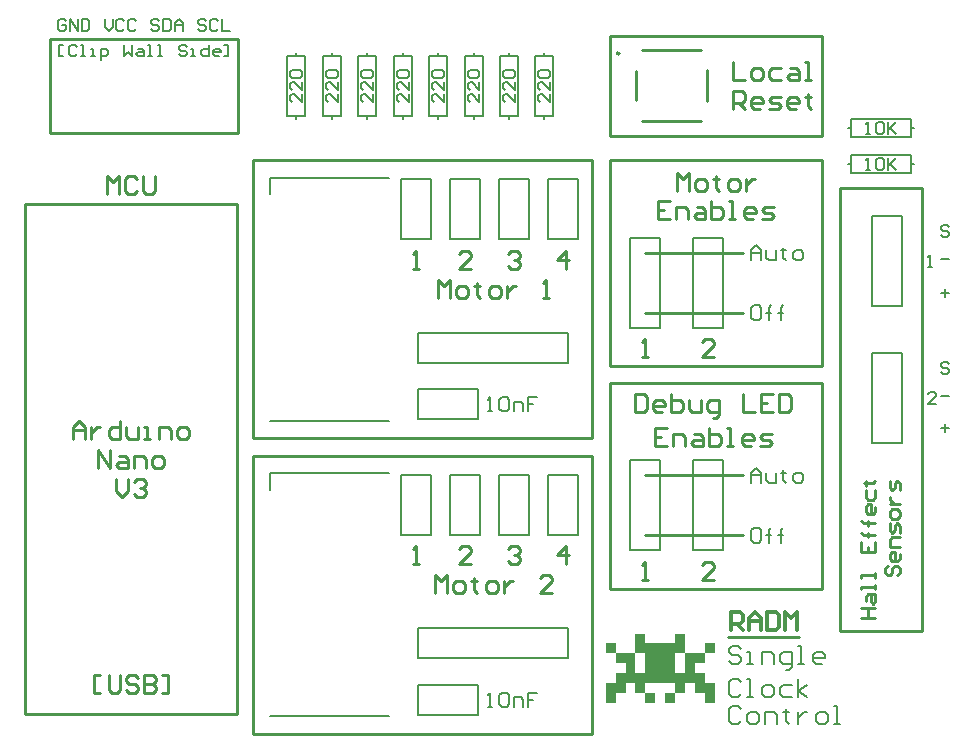
<source format=gbr>
%TF.GenerationSoftware,Altium Limited,Altium Designer,21.8.1 (53)*%
G04 Layer_Color=65535*
%FSLAX43Y43*%
%MOMM*%
%TF.SameCoordinates,34F7A64E-A76D-4A2E-B03E-92C6081B7B14*%
%TF.FilePolarity,Positive*%
%TF.FileFunction,Legend,Top*%
%TF.Part,Single*%
G01*
G75*
%TA.AperFunction,NonConductor*%
%ADD11C,0.254*%
%ADD35C,0.200*%
%ADD36C,0.300*%
%ADD37C,0.250*%
G36*
X64904Y9137D02*
X66580D01*
Y8299D01*
X65742D01*
Y7461D01*
X66580D01*
Y6623D01*
X67419D01*
Y4946D01*
X66580D01*
Y5785D01*
X65742D01*
Y6623D01*
X64904D01*
Y5785D01*
X64066D01*
Y6623D01*
X61551D01*
Y5785D01*
X62389D01*
Y4946D01*
X61551D01*
Y5785D01*
X60713D01*
Y6623D01*
X59875D01*
Y5785D01*
X59037D01*
Y4946D01*
X58198D01*
Y6623D01*
X59037D01*
Y7461D01*
X59875D01*
Y8299D01*
X59037D01*
Y9137D01*
X58198D01*
Y9976D01*
X59037D01*
Y9137D01*
X60713D01*
Y7461D01*
X61551D01*
Y9137D01*
X60713D01*
Y9321D01*
Y9329D01*
Y10814D01*
X61551D01*
Y9976D01*
X64066D01*
Y10814D01*
X64904D01*
Y9137D01*
D02*
G37*
G36*
X67419D02*
X66580D01*
Y9976D01*
X67419D01*
Y9137D01*
D02*
G37*
G36*
X64066Y5680D02*
Y5671D01*
Y4946D01*
X63228D01*
Y5785D01*
X64066D01*
Y5680D01*
D02*
G37*
%LPC*%
G36*
X64904Y9137D02*
X64066D01*
Y7461D01*
X64904D01*
Y9137D01*
D02*
G37*
%LPD*%
D11*
X59352Y59947D02*
G03*
X59352Y59947I-99J0D01*
G01*
X78000Y48500D02*
X85000D01*
X85000D02*
X85000Y11000D01*
X78000D02*
X85000D01*
X78000Y48500D02*
X78000Y11000D01*
X27000Y4000D02*
Y47180D01*
X9000Y4000D02*
X27000D01*
X9000Y47180D02*
X27000D01*
X9000Y4000D02*
Y47180D01*
X11144Y53174D02*
Y61174D01*
X27024Y53174D02*
Y61174D01*
X11144D02*
X27024D01*
X11144Y53174D02*
X27024D01*
X28310Y2350D02*
X57050D01*
X28310D02*
Y25870D01*
X61257Y60185D02*
X66257D01*
X60762Y56010D02*
Y58446D01*
X66752Y55911D02*
Y58502D01*
X61257Y54195D02*
X66257D01*
X28310Y50870D02*
X57050D01*
X58530Y52963D02*
Y61417D01*
Y14630D02*
X76530Y14630D01*
X58530Y32010D02*
X76530Y32010D01*
X68577Y10509D02*
X74546D01*
X76530Y14630D02*
Y32010D01*
X58530Y14630D02*
Y32010D01*
X61530Y37990D02*
X69830D01*
X61530Y43070D02*
X69830D01*
X58530Y33490D02*
X76530Y33490D01*
X28310Y27350D02*
Y50870D01*
Y27350D02*
X57050D01*
X28310Y25870D02*
X57050D01*
X76530Y33490D02*
Y50870D01*
X58530Y50870D02*
X76530Y50870D01*
X57050Y27350D02*
Y50870D01*
X58530Y33490D02*
Y50870D01*
X57050Y2350D02*
Y25870D01*
X61530Y19130D02*
X69830D01*
X61530Y24210D02*
X69830D01*
X76530Y52963D02*
Y61417D01*
X58530D02*
X76530D01*
X58530Y52963D02*
X76530D01*
X15334Y5778D02*
X14826D01*
Y7302D01*
X15334D01*
X16096D02*
Y6032D01*
X16350Y5778D01*
X16857D01*
X17111Y6032D01*
Y7302D01*
X18635Y7048D02*
X18381Y7302D01*
X17873D01*
X17619Y7048D01*
Y6794D01*
X17873Y6540D01*
X18381D01*
X18635Y6286D01*
Y6032D01*
X18381Y5778D01*
X17873D01*
X17619Y6032D01*
X19143Y7302D02*
Y5778D01*
X19904D01*
X20158Y6032D01*
Y6286D01*
X19904Y6540D01*
X19143D01*
X19904D01*
X20158Y6794D01*
Y7048D01*
X19904Y7302D01*
X19143D01*
X20666Y5778D02*
X21174D01*
Y7302D01*
X20666D01*
X41846Y41722D02*
X42354D01*
X42100D01*
Y43246D01*
X41846Y42992D01*
X43729Y14254D02*
Y15778D01*
X44236Y15270D01*
X44744Y15778D01*
Y14254D01*
X45506D02*
X46014D01*
X46268Y14508D01*
Y15016D01*
X46014Y15270D01*
X45506D01*
X45252Y15016D01*
Y14508D01*
X45506Y14254D01*
X47030Y15524D02*
Y15270D01*
X46776D01*
X47283D01*
X47030D01*
Y14508D01*
X47283Y14254D01*
X48299D02*
X48807D01*
X49061Y14508D01*
Y15016D01*
X48807Y15270D01*
X48299D01*
X48045Y15016D01*
Y14508D01*
X48299Y14254D01*
X49569Y15270D02*
Y14254D01*
Y14762D01*
X49823Y15016D01*
X50077Y15270D01*
X50330D01*
X53631Y14254D02*
X52616D01*
X53631Y15270D01*
Y15524D01*
X53377Y15778D01*
X52870D01*
X52616Y15524D01*
X67338Y15392D02*
X66322D01*
X67338Y16408D01*
Y16662D01*
X67084Y16916D01*
X66576D01*
X66322Y16662D01*
X67338Y34252D02*
X66322D01*
X67338Y35268D01*
Y35522D01*
X67084Y35776D01*
X66576D01*
X66322Y35522D01*
X41846Y16722D02*
X42354D01*
X42100D01*
Y18246D01*
X41846Y17992D01*
X54804Y41722D02*
Y43246D01*
X54042Y42484D01*
X55058D01*
X46758Y16722D02*
X45742D01*
X46758Y17738D01*
Y17992D01*
X46504Y18246D01*
X45996D01*
X45742Y17992D01*
X49892Y42992D02*
X50146Y43246D01*
X50654D01*
X50908Y42992D01*
Y42738D01*
X50654Y42484D01*
X50400D01*
X50654D01*
X50908Y42230D01*
Y41976D01*
X50654Y41722D01*
X50146D01*
X49892Y41976D01*
X46758Y41722D02*
X45742D01*
X46758Y42738D01*
Y42992D01*
X46504Y43246D01*
X45996D01*
X45742Y42992D01*
X61276Y15392D02*
X61784D01*
X61530D01*
Y16916D01*
X61276Y16662D01*
X68965Y59171D02*
Y57647D01*
X69981D01*
X70742D02*
X71250D01*
X71504Y57901D01*
Y58409D01*
X71250Y58663D01*
X70742D01*
X70489Y58409D01*
Y57901D01*
X70742Y57647D01*
X73028Y58663D02*
X72266D01*
X72012Y58409D01*
Y57901D01*
X72266Y57647D01*
X73028D01*
X73790Y58663D02*
X74297D01*
X74551Y58409D01*
Y57647D01*
X73790D01*
X73536Y57901D01*
X73790Y58155D01*
X74551D01*
X75059Y57647D02*
X75567D01*
X75313D01*
Y59171D01*
X75059D01*
X68965Y55209D02*
Y56733D01*
X69727D01*
X69981Y56479D01*
Y55971D01*
X69727Y55717D01*
X68965D01*
X69473D02*
X69981Y55209D01*
X71250D02*
X70742D01*
X70489Y55463D01*
Y55971D01*
X70742Y56225D01*
X71250D01*
X71504Y55971D01*
Y55717D01*
X70489D01*
X72012Y55209D02*
X72774D01*
X73028Y55463D01*
X72774Y55717D01*
X72266D01*
X72012Y55971D01*
X72266Y56225D01*
X73028D01*
X74297Y55209D02*
X73790D01*
X73536Y55463D01*
Y55971D01*
X73790Y56225D01*
X74297D01*
X74551Y55971D01*
Y55717D01*
X73536D01*
X75313Y56479D02*
Y56225D01*
X75059D01*
X75567D01*
X75313D01*
Y55463D01*
X75567Y55209D01*
X54804Y16722D02*
Y18246D01*
X54042Y17484D01*
X55058D01*
X61276Y34252D02*
X61784D01*
X61530D01*
Y35776D01*
X61276Y35522D01*
X49892Y17992D02*
X50146Y18246D01*
X50654D01*
X50908Y17992D01*
Y17738D01*
X50654Y17484D01*
X50400D01*
X50654D01*
X50908Y17230D01*
Y16976D01*
X50654Y16722D01*
X50146D01*
X49892Y16976D01*
X60711Y31139D02*
Y29615D01*
X61473D01*
X61727Y29869D01*
Y30885D01*
X61473Y31139D01*
X60711D01*
X62996Y29615D02*
X62489D01*
X62235Y29869D01*
Y30377D01*
X62489Y30631D01*
X62996D01*
X63250Y30377D01*
Y30123D01*
X62235D01*
X63758Y31139D02*
Y29615D01*
X64520D01*
X64774Y29869D01*
Y30123D01*
Y30377D01*
X64520Y30631D01*
X63758D01*
X65282D02*
Y29869D01*
X65536Y29615D01*
X66297D01*
Y30631D01*
X67313Y29107D02*
X67567D01*
X67821Y29361D01*
Y30631D01*
X67059D01*
X66805Y30377D01*
Y29869D01*
X67059Y29615D01*
X67821D01*
X69852Y31139D02*
Y29615D01*
X70868D01*
X72391Y31139D02*
X71376D01*
Y29615D01*
X72391D01*
X71376Y30377D02*
X71884D01*
X72899Y31139D02*
Y29615D01*
X73661D01*
X73915Y29869D01*
Y30885D01*
X73661Y31139D01*
X72899D01*
X63377Y28193D02*
X62362D01*
Y26669D01*
X63377D01*
X62362Y27431D02*
X62869D01*
X63885Y26669D02*
Y27685D01*
X64647D01*
X64901Y27431D01*
Y26669D01*
X65663Y27685D02*
X66170D01*
X66424Y27431D01*
Y26669D01*
X65663D01*
X65409Y26923D01*
X65663Y27177D01*
X66424D01*
X66932Y28193D02*
Y26669D01*
X67694D01*
X67948Y26923D01*
Y27177D01*
Y27431D01*
X67694Y27685D01*
X66932D01*
X68456Y26669D02*
X68963D01*
X68710D01*
Y28193D01*
X68456D01*
X70487Y26669D02*
X69979D01*
X69725Y26923D01*
Y27431D01*
X69979Y27685D01*
X70487D01*
X70741Y27431D01*
Y27177D01*
X69725D01*
X71249Y26669D02*
X72010D01*
X72264Y26923D01*
X72010Y27177D01*
X71503D01*
X71249Y27431D01*
X71503Y27685D01*
X72264D01*
X64229Y48317D02*
Y49841D01*
X64737Y49333D01*
X65245Y49841D01*
Y48317D01*
X66006D02*
X66514D01*
X66768Y48571D01*
Y49079D01*
X66514Y49333D01*
X66006D01*
X65753Y49079D01*
Y48571D01*
X66006Y48317D01*
X67530Y49587D02*
Y49333D01*
X67276D01*
X67784D01*
X67530D01*
Y48571D01*
X67784Y48317D01*
X68800D02*
X69307D01*
X69561Y48571D01*
Y49079D01*
X69307Y49333D01*
X68800D01*
X68546Y49079D01*
Y48571D01*
X68800Y48317D01*
X70069Y49333D02*
Y48317D01*
Y48825D01*
X70323Y49079D01*
X70577Y49333D01*
X70831D01*
X63594Y47403D02*
X62579D01*
Y45879D01*
X63594D01*
X62579Y46641D02*
X63086D01*
X64102Y45879D02*
Y46895D01*
X64864D01*
X65118Y46641D01*
Y45879D01*
X65880Y46895D02*
X66387D01*
X66641Y46641D01*
Y45879D01*
X65880D01*
X65626Y46133D01*
X65880Y46387D01*
X66641D01*
X67149Y47403D02*
Y45879D01*
X67911D01*
X68165Y46133D01*
Y46387D01*
Y46641D01*
X67911Y46895D01*
X67149D01*
X68673Y45879D02*
X69180D01*
X68927D01*
Y47403D01*
X68673D01*
X70704Y45879D02*
X70196D01*
X69942Y46133D01*
Y46641D01*
X70196Y46895D01*
X70704D01*
X70958Y46641D01*
Y46387D01*
X69942D01*
X71466Y45879D02*
X72227D01*
X72481Y46133D01*
X72227Y46387D01*
X71720D01*
X71466Y46641D01*
X71720Y46895D01*
X72481D01*
X43983Y39254D02*
Y40778D01*
X44490Y40270D01*
X44998Y40778D01*
Y39254D01*
X45760D02*
X46268D01*
X46522Y39508D01*
Y40016D01*
X46268Y40270D01*
X45760D01*
X45506Y40016D01*
Y39508D01*
X45760Y39254D01*
X47283Y40524D02*
Y40270D01*
X47030D01*
X47537D01*
X47283D01*
Y39508D01*
X47537Y39254D01*
X48553D02*
X49061D01*
X49315Y39508D01*
Y40016D01*
X49061Y40270D01*
X48553D01*
X48299Y40016D01*
Y39508D01*
X48553Y39254D01*
X49823Y40270D02*
Y39254D01*
Y39762D01*
X50077Y40016D01*
X50330Y40270D01*
X50584D01*
X52870Y39254D02*
X53377D01*
X53124D01*
Y40778D01*
X52870Y40524D01*
X13049Y27266D02*
Y28282D01*
X13556Y28790D01*
X14064Y28282D01*
Y27266D01*
Y28028D01*
X13049D01*
X14572Y28282D02*
Y27266D01*
Y27774D01*
X14826Y28028D01*
X15080Y28282D01*
X15334D01*
X17111Y28790D02*
Y27266D01*
X16350D01*
X16096Y27520D01*
Y28028D01*
X16350Y28282D01*
X17111D01*
X17619D02*
Y27520D01*
X17873Y27266D01*
X18635D01*
Y28282D01*
X19143Y27266D02*
X19650D01*
X19397D01*
Y28282D01*
X19143D01*
X20412Y27266D02*
Y28282D01*
X21174D01*
X21428Y28028D01*
Y27266D01*
X22190D02*
X22697D01*
X22951Y27520D01*
Y28028D01*
X22697Y28282D01*
X22190D01*
X21936Y28028D01*
Y27520D01*
X22190Y27266D01*
X15207Y24828D02*
Y26352D01*
X16223Y24828D01*
Y26352D01*
X16984Y25844D02*
X17492D01*
X17746Y25590D01*
Y24828D01*
X16984D01*
X16730Y25082D01*
X16984Y25336D01*
X17746D01*
X18254Y24828D02*
Y25844D01*
X19016D01*
X19270Y25590D01*
Y24828D01*
X20031D02*
X20539D01*
X20793Y25082D01*
Y25590D01*
X20539Y25844D01*
X20031D01*
X19777Y25590D01*
Y25082D01*
X20031Y24828D01*
X16730Y23914D02*
Y22898D01*
X17238Y22390D01*
X17746Y22898D01*
Y23914D01*
X18254Y23660D02*
X18508Y23914D01*
X19016D01*
X19270Y23660D01*
Y23406D01*
X19016Y23152D01*
X18762D01*
X19016D01*
X19270Y22898D01*
Y22644D01*
X19016Y22390D01*
X18508D01*
X18254Y22644D01*
X15979Y48057D02*
Y49580D01*
X16486Y49072D01*
X16994Y49580D01*
Y48057D01*
X18518Y49326D02*
X18264Y49580D01*
X17756D01*
X17502Y49326D01*
Y48311D01*
X17756Y48057D01*
X18264D01*
X18518Y48311D01*
X19026Y49580D02*
Y48311D01*
X19280Y48057D01*
X19787D01*
X20041Y48311D01*
Y49580D01*
D35*
X78960Y52838D02*
Y53600D01*
Y52838D02*
X84040D01*
Y54362D01*
X78960D02*
X84040D01*
X78960Y53600D02*
Y54362D01*
X84040Y53600D02*
X84269D01*
X78731D02*
X78960D01*
Y49838D02*
Y50600D01*
Y49838D02*
X84040D01*
Y51362D01*
X78960D02*
X84040D01*
X78960Y50600D02*
Y51362D01*
X84040Y50600D02*
X84269D01*
X78731D02*
X78960D01*
X83270Y38580D02*
Y46200D01*
X80730D02*
X83270D01*
X80730Y38580D02*
Y46200D01*
Y38580D02*
X83270D01*
Y26940D02*
Y34560D01*
X80730D02*
X83270D01*
X80730Y26940D02*
Y34560D01*
Y26940D02*
X83270D01*
X42330Y8760D02*
Y11300D01*
X55030D01*
X42330Y8760D02*
X55030D01*
Y11300D01*
X42330Y33760D02*
Y36300D01*
X55030D01*
X42330Y33760D02*
X55030D01*
Y36300D01*
X65560Y17860D02*
Y25480D01*
Y17860D02*
X68100D01*
Y25480D01*
X65560D02*
X68100D01*
X60260Y17860D02*
Y25480D01*
Y17860D02*
X62800D01*
Y25480D01*
X60260D02*
X62800D01*
X65560Y36720D02*
Y44340D01*
Y36720D02*
X68100D01*
Y44340D01*
X65560D02*
X68100D01*
X60260Y36720D02*
Y44340D01*
Y36720D02*
X62800D01*
Y44340D01*
X60260D02*
X62800D01*
X47520Y19190D02*
Y24270D01*
X44980D02*
X47520D01*
X44980Y19190D02*
Y24270D01*
Y19190D02*
X47520D01*
X55820D02*
Y24270D01*
X53280D02*
X55820D01*
X53280Y19190D02*
Y24270D01*
Y19190D02*
X55820D01*
Y44190D02*
Y49270D01*
X53280D02*
X55820D01*
X53280Y44190D02*
Y49270D01*
Y44190D02*
X55820D01*
X51670Y19190D02*
Y24270D01*
X49130D02*
X51670D01*
X49130Y19190D02*
Y24270D01*
Y19190D02*
X51670D01*
Y44190D02*
Y49270D01*
X49130D02*
X51670D01*
X49130Y44190D02*
Y49270D01*
Y44190D02*
X51670D01*
X47520D02*
Y49270D01*
X44980D02*
X47520D01*
X44980Y44190D02*
Y49270D01*
Y44190D02*
X47520D01*
X40830Y19190D02*
X43370D01*
X40830D02*
Y24270D01*
X43370D01*
Y19190D02*
Y24270D01*
X40830Y44190D02*
X43370D01*
X40830D02*
Y49270D01*
X43370D01*
Y44190D02*
Y49270D01*
X42330Y28950D02*
X47410D01*
Y31490D01*
X42330D02*
X47410D01*
X42330Y28950D02*
Y31490D01*
X42330Y3950D02*
X47410D01*
Y6490D01*
X42330D02*
X47410D01*
X42330Y3950D02*
Y6490D01*
X32000Y54650D02*
X32762D01*
Y59730D01*
X31238D02*
X32762D01*
X31238Y54650D02*
Y59730D01*
Y54650D02*
X32000D01*
Y59730D02*
Y59959D01*
Y54421D02*
Y54650D01*
X35000D02*
X35762D01*
Y59730D01*
X34238D02*
X35762D01*
X34238Y54650D02*
Y59730D01*
Y54650D02*
X35000D01*
Y59730D02*
Y59959D01*
Y54421D02*
Y54650D01*
X38000D02*
X38762D01*
Y59730D01*
X37238D02*
X38762D01*
X37238Y54650D02*
Y59730D01*
Y54650D02*
X38000D01*
Y59730D02*
Y59959D01*
Y54421D02*
Y54650D01*
X41000D02*
X41762D01*
Y59730D01*
X40238D02*
X41762D01*
X40238Y54650D02*
Y59730D01*
Y54650D02*
X41000D01*
Y59730D02*
Y59959D01*
Y54421D02*
Y54650D01*
X44000D02*
X44762D01*
Y59730D01*
X43238D02*
X44762D01*
X43238Y54650D02*
Y59730D01*
Y54650D02*
X44000D01*
Y59730D02*
Y59959D01*
Y54421D02*
Y54650D01*
X47000D02*
X47762D01*
Y59730D01*
X46238D02*
X47762D01*
X46238Y54650D02*
Y59730D01*
Y54650D02*
X47000D01*
Y59730D02*
Y59959D01*
Y54421D02*
Y54650D01*
X50000D02*
X50762D01*
Y59730D01*
X49238D02*
X50762D01*
X49238Y54650D02*
Y59730D01*
Y54650D02*
X50000D01*
Y59730D02*
Y59959D01*
Y54421D02*
Y54650D01*
X53000D02*
X53762D01*
Y59730D01*
X52238D02*
X53762D01*
X52238Y54650D02*
Y59730D01*
Y54650D02*
X53000D01*
Y59730D02*
Y59959D01*
Y54421D02*
Y54650D01*
X29810Y28850D02*
X39810D01*
X29810Y49370D02*
X39810D01*
X29810Y48000D02*
Y49370D01*
Y3850D02*
X39810D01*
X29810Y24370D02*
X39810D01*
X29810Y23000D02*
Y24370D01*
X69684Y9515D02*
X69430Y9769D01*
X68922D01*
X68668Y9515D01*
Y9261D01*
X68922Y9007D01*
X69430D01*
X69684Y8753D01*
Y8499D01*
X69430Y8245D01*
X68922D01*
X68668Y8499D01*
X70192Y8245D02*
X70699D01*
X70445D01*
Y9261D01*
X70192D01*
X71461Y8245D02*
Y9261D01*
X72223D01*
X72477Y9007D01*
Y8245D01*
X73492Y7738D02*
X73746D01*
X74000Y7991D01*
Y9261D01*
X73239D01*
X72985Y9007D01*
Y8499D01*
X73239Y8245D01*
X74000D01*
X74508D02*
X75016D01*
X74762D01*
Y9769D01*
X74508D01*
X76539Y8245D02*
X76032D01*
X75778Y8499D01*
Y9007D01*
X76032Y9261D01*
X76539D01*
X76793Y9007D01*
Y8753D01*
X75778D01*
X69684Y6699D02*
X69430Y6953D01*
X68922D01*
X68668Y6699D01*
Y5683D01*
X68922Y5429D01*
X69430D01*
X69684Y5683D01*
X70192Y5429D02*
X70699D01*
X70445D01*
Y6953D01*
X70192D01*
X71715Y5429D02*
X72223D01*
X72477Y5683D01*
Y6191D01*
X72223Y6445D01*
X71715D01*
X71461Y6191D01*
Y5683D01*
X71715Y5429D01*
X74000Y6445D02*
X73239D01*
X72985Y6191D01*
Y5683D01*
X73239Y5429D01*
X74000D01*
X74508D02*
Y6953D01*
Y5937D02*
X75270Y6445D01*
X74508Y5937D02*
X75270Y5429D01*
X69684Y4391D02*
X69430Y4645D01*
X68922D01*
X68668Y4391D01*
Y3375D01*
X68922Y3121D01*
X69430D01*
X69684Y3375D01*
X70445Y3121D02*
X70953D01*
X71207Y3375D01*
Y3883D01*
X70953Y4137D01*
X70445D01*
X70192Y3883D01*
Y3375D01*
X70445Y3121D01*
X71715D02*
Y4137D01*
X72477D01*
X72731Y3883D01*
Y3121D01*
X73492Y4391D02*
Y4137D01*
X73239D01*
X73746D01*
X73492D01*
Y3375D01*
X73746Y3121D01*
X74508Y4137D02*
Y3121D01*
Y3629D01*
X74762Y3883D01*
X75016Y4137D01*
X75270D01*
X76286Y3121D02*
X76793D01*
X77047Y3375D01*
Y3883D01*
X76793Y4137D01*
X76286D01*
X76032Y3883D01*
Y3375D01*
X76286Y3121D01*
X77555D02*
X78063D01*
X77809D01*
Y4645D01*
X77555D01*
X86620Y39658D02*
X87287D01*
X86953Y39991D02*
Y39324D01*
X86620Y30900D02*
X87287D01*
X12253Y59681D02*
X11920D01*
Y60680D01*
X12253D01*
X13419Y60514D02*
X13253Y60680D01*
X12919D01*
X12753Y60514D01*
Y59847D01*
X12919Y59681D01*
X13253D01*
X13419Y59847D01*
X13752Y59681D02*
X14086D01*
X13919D01*
Y60680D01*
X13752D01*
X14585Y59681D02*
X14919D01*
X14752D01*
Y60347D01*
X14585D01*
X15419Y59348D02*
Y60347D01*
X15918D01*
X16085Y60181D01*
Y59847D01*
X15918Y59681D01*
X15419D01*
X17418Y60680D02*
Y59681D01*
X17751Y60014D01*
X18084Y59681D01*
Y60680D01*
X18584Y60347D02*
X18917D01*
X19084Y60181D01*
Y59681D01*
X18584D01*
X18418Y59847D01*
X18584Y60014D01*
X19084D01*
X19417Y59681D02*
X19750D01*
X19584D01*
Y60680D01*
X19417D01*
X20250Y59681D02*
X20584D01*
X20417D01*
Y60680D01*
X20250D01*
X22749Y60514D02*
X22583Y60680D01*
X22250D01*
X22083Y60514D01*
Y60347D01*
X22250Y60181D01*
X22583D01*
X22749Y60014D01*
Y59847D01*
X22583Y59681D01*
X22250D01*
X22083Y59847D01*
X23083Y59681D02*
X23416D01*
X23249D01*
Y60347D01*
X23083D01*
X24582Y60680D02*
Y59681D01*
X24082D01*
X23916Y59847D01*
Y60181D01*
X24082Y60347D01*
X24582D01*
X25415Y59681D02*
X25082D01*
X24915Y59847D01*
Y60181D01*
X25082Y60347D01*
X25415D01*
X25582Y60181D01*
Y60014D01*
X24915D01*
X25915Y59681D02*
X26248D01*
Y60680D01*
X25915D01*
X53500Y56524D02*
Y55857D01*
X52833Y56524D01*
X52667D01*
X52500Y56357D01*
Y56024D01*
X52667Y55857D01*
X53500Y57523D02*
Y56857D01*
X52833Y57523D01*
X52667D01*
X52500Y57357D01*
Y57023D01*
X52667Y56857D01*
Y57856D02*
X52500Y58023D01*
Y58356D01*
X52667Y58523D01*
X53333D01*
X53500Y58356D01*
Y58023D01*
X53333Y57856D01*
X52667D01*
X12478Y62683D02*
X12311Y62850D01*
X11978D01*
X11811Y62683D01*
Y62017D01*
X11978Y61850D01*
X12311D01*
X12478Y62017D01*
Y62350D01*
X12144D01*
X12811Y61850D02*
Y62850D01*
X13477Y61850D01*
Y62850D01*
X13810D02*
Y61850D01*
X14310D01*
X14477Y62017D01*
Y62683D01*
X14310Y62850D01*
X13810D01*
X80250Y50100D02*
X80584D01*
X80417D01*
Y51100D01*
X80250Y50933D01*
X81083D02*
X81250Y51100D01*
X81583D01*
X81750Y50933D01*
Y50267D01*
X81583Y50100D01*
X81250D01*
X81083Y50267D01*
Y50933D01*
X82083Y51100D02*
Y50100D01*
Y50433D01*
X82750Y51100D01*
X82250Y50600D01*
X82750Y50100D01*
X80250Y53100D02*
X80584D01*
X80417D01*
Y54100D01*
X80250Y53933D01*
X81083D02*
X81250Y54100D01*
X81583D01*
X81750Y53933D01*
Y53267D01*
X81583Y53100D01*
X81250D01*
X81083Y53267D01*
Y53933D01*
X82083Y54100D02*
Y53100D01*
Y53433D01*
X82750Y54100D01*
X82250Y53600D01*
X82750Y53100D01*
X20398Y62683D02*
X20231Y62850D01*
X19898D01*
X19731Y62683D01*
Y62517D01*
X19898Y62350D01*
X20231D01*
X20398Y62183D01*
Y62017D01*
X20231Y61850D01*
X19898D01*
X19731Y62017D01*
X20731Y62850D02*
Y61850D01*
X21231D01*
X21397Y62017D01*
Y62683D01*
X21231Y62850D01*
X20731D01*
X21730Y61850D02*
Y62517D01*
X22064Y62850D01*
X22397Y62517D01*
Y61850D01*
Y62350D01*
X21730D01*
X70530Y23585D02*
Y24418D01*
X70947Y24835D01*
X71363Y24418D01*
Y23585D01*
Y24210D01*
X70530D01*
X71780Y24418D02*
Y23793D01*
X71988Y23585D01*
X72613D01*
Y24418D01*
X73237Y24627D02*
Y24418D01*
X73029D01*
X73446D01*
X73237D01*
Y23793D01*
X73446Y23585D01*
X74279D02*
X74695D01*
X74904Y23793D01*
Y24210D01*
X74695Y24418D01*
X74279D01*
X74071Y24210D01*
Y23793D01*
X74279Y23585D01*
X35500Y56524D02*
Y55857D01*
X34833Y56524D01*
X34667D01*
X34500Y56357D01*
Y56024D01*
X34667Y55857D01*
X35500Y57523D02*
Y56857D01*
X34833Y57523D01*
X34667D01*
X34500Y57357D01*
Y57023D01*
X34667Y56857D01*
Y57856D02*
X34500Y58023D01*
Y58356D01*
X34667Y58523D01*
X35333D01*
X35500Y58356D01*
Y58023D01*
X35333Y57856D01*
X34667D01*
X32500Y56524D02*
Y55857D01*
X31833Y56524D01*
X31667D01*
X31500Y56357D01*
Y56024D01*
X31667Y55857D01*
X32500Y57523D02*
Y56857D01*
X31833Y57523D01*
X31667D01*
X31500Y57357D01*
Y57023D01*
X31667Y56857D01*
Y57856D02*
X31500Y58023D01*
Y58356D01*
X31667Y58523D01*
X32333D01*
X32500Y58356D01*
Y58023D01*
X32333Y57856D01*
X31667D01*
X86116Y30250D02*
X85450D01*
X86116Y30917D01*
Y31083D01*
X85950Y31250D01*
X85617D01*
X85450Y31083D01*
X41500Y56524D02*
Y55857D01*
X40833Y56524D01*
X40667D01*
X40500Y56357D01*
Y56024D01*
X40667Y55857D01*
X41500Y57523D02*
Y56857D01*
X40833Y57523D01*
X40667D01*
X40500Y57357D01*
Y57023D01*
X40667Y56857D01*
Y57856D02*
X40500Y58023D01*
Y58356D01*
X40667Y58523D01*
X41333D01*
X41500Y58356D01*
Y58023D01*
X41333Y57856D01*
X40667D01*
X38500Y56524D02*
Y55857D01*
X37833Y56524D01*
X37667D01*
X37500Y56357D01*
Y56024D01*
X37667Y55857D01*
X38500Y57523D02*
Y56857D01*
X37833Y57523D01*
X37667D01*
X37500Y57357D01*
Y57023D01*
X37667Y56857D01*
Y57856D02*
X37500Y58023D01*
Y58356D01*
X37667Y58523D01*
X38333D01*
X38500Y58356D01*
Y58023D01*
X38333Y57856D01*
X37667D01*
X87287Y45263D02*
X87120Y45430D01*
X86787D01*
X86620Y45263D01*
Y45097D01*
X86787Y44930D01*
X87120D01*
X87287Y44763D01*
Y44597D01*
X87120Y44430D01*
X86787D01*
X86620Y44597D01*
X71155Y19755D02*
X70738D01*
X70530Y19547D01*
Y18713D01*
X70738Y18505D01*
X71155D01*
X71363Y18713D01*
Y19547D01*
X71155Y19755D01*
X71988Y18505D02*
Y19547D01*
Y19130D01*
X71780D01*
X72196D01*
X71988D01*
Y19547D01*
X72196Y19755D01*
X73029Y18505D02*
Y19547D01*
Y19130D01*
X72821D01*
X73237D01*
X73029D01*
Y19547D01*
X73237Y19755D01*
X15771Y62850D02*
Y62183D01*
X16104Y61850D01*
X16438Y62183D01*
Y62850D01*
X17437Y62683D02*
X17271Y62850D01*
X16937D01*
X16771Y62683D01*
Y62017D01*
X16937Y61850D01*
X17271D01*
X17437Y62017D01*
X18437Y62683D02*
X18270Y62850D01*
X17937D01*
X17770Y62683D01*
Y62017D01*
X17937Y61850D01*
X18270D01*
X18437Y62017D01*
X85450Y41890D02*
X85783D01*
X85617D01*
Y42890D01*
X85450Y42723D01*
X71155Y38615D02*
X70738D01*
X70530Y38407D01*
Y37573D01*
X70738Y37365D01*
X71155D01*
X71363Y37573D01*
Y38407D01*
X71155Y38615D01*
X71988Y37365D02*
Y38407D01*
Y37990D01*
X71780D01*
X72196D01*
X71988D01*
Y38407D01*
X72196Y38615D01*
X73029Y37365D02*
Y38407D01*
Y37990D01*
X72821D01*
X73237D01*
X73029D01*
Y38407D01*
X73237Y38615D01*
X48200Y29620D02*
X48600D01*
X48400D01*
Y30820D01*
X48200Y30620D01*
X49200D02*
X49400Y30820D01*
X49799D01*
X49999Y30620D01*
Y29820D01*
X49799Y29620D01*
X49400D01*
X49200Y29820D01*
Y30620D01*
X50399Y29620D02*
Y30420D01*
X50999D01*
X51199Y30220D01*
Y29620D01*
X52399Y30820D02*
X51599D01*
Y30220D01*
X51999D01*
X51599D01*
Y29620D01*
X70530Y42445D02*
Y43278D01*
X70947Y43695D01*
X71363Y43278D01*
Y42445D01*
Y43070D01*
X70530D01*
X71780Y43278D02*
Y42653D01*
X71988Y42445D01*
X72613D01*
Y43278D01*
X73237Y43487D02*
Y43278D01*
X73029D01*
X73446D01*
X73237D01*
Y42653D01*
X73446Y42445D01*
X74279D02*
X74695D01*
X74904Y42653D01*
Y43070D01*
X74695Y43278D01*
X74279D01*
X74071Y43070D01*
Y42653D01*
X74279Y42445D01*
X44500Y56524D02*
Y55857D01*
X43833Y56524D01*
X43667D01*
X43500Y56357D01*
Y56024D01*
X43667Y55857D01*
X44500Y57523D02*
Y56857D01*
X43833Y57523D01*
X43667D01*
X43500Y57357D01*
Y57023D01*
X43667Y56857D01*
Y57856D02*
X43500Y58023D01*
Y58356D01*
X43667Y58523D01*
X44333D01*
X44500Y58356D01*
Y58023D01*
X44333Y57856D01*
X43667D01*
X86620Y42540D02*
X87287D01*
X50500Y56524D02*
Y55857D01*
X49833Y56524D01*
X49667D01*
X49500Y56357D01*
Y56024D01*
X49667Y55857D01*
X50500Y57523D02*
Y56857D01*
X49833Y57523D01*
X49667D01*
X49500Y57357D01*
Y57023D01*
X49667Y56857D01*
Y57856D02*
X49500Y58023D01*
Y58356D01*
X49667Y58523D01*
X50333D01*
X50500Y58356D01*
Y58023D01*
X50333Y57856D01*
X49667D01*
X87287Y33623D02*
X87120Y33790D01*
X86787D01*
X86620Y33623D01*
Y33457D01*
X86787Y33290D01*
X87120D01*
X87287Y33123D01*
Y32957D01*
X87120Y32790D01*
X86787D01*
X86620Y32957D01*
Y28210D02*
X87287D01*
X86953Y28543D02*
Y27877D01*
X47500Y56524D02*
Y55857D01*
X46833Y56524D01*
X46667D01*
X46500Y56357D01*
Y56024D01*
X46667Y55857D01*
X47500Y57523D02*
Y56857D01*
X46833Y57523D01*
X46667D01*
X46500Y57357D01*
Y57023D01*
X46667Y56857D01*
Y57856D02*
X46500Y58023D01*
Y58356D01*
X46667Y58523D01*
X47333D01*
X47500Y58356D01*
Y58023D01*
X47333Y57856D01*
X46667D01*
X24358Y62683D02*
X24191Y62850D01*
X23858D01*
X23691Y62683D01*
Y62517D01*
X23858Y62350D01*
X24191D01*
X24358Y62183D01*
Y62017D01*
X24191Y61850D01*
X23858D01*
X23691Y62017D01*
X25357Y62683D02*
X25191Y62850D01*
X24857D01*
X24691Y62683D01*
Y62017D01*
X24857Y61850D01*
X25191D01*
X25357Y62017D01*
X25690Y62850D02*
Y61850D01*
X26357D01*
X48200Y4620D02*
X48600D01*
X48400D01*
Y5820D01*
X48200Y5620D01*
X49200D02*
X49400Y5820D01*
X49799D01*
X49999Y5620D01*
Y4820D01*
X49799Y4620D01*
X49400D01*
X49200Y4820D01*
Y5620D01*
X50399Y4620D02*
Y5420D01*
X50999D01*
X51199Y5220D01*
Y4620D01*
X52399Y5820D02*
X51599D01*
Y5220D01*
X51999D01*
X51599D01*
Y4620D01*
D36*
X68768Y11144D02*
Y12668D01*
X69530D01*
X69784Y12414D01*
Y11906D01*
X69530Y11652D01*
X68768D01*
X69276D02*
X69784Y11144D01*
X70292D02*
Y12160D01*
X70799Y12668D01*
X71307Y12160D01*
Y11144D01*
Y11906D01*
X70292D01*
X71815Y12668D02*
Y11144D01*
X72577D01*
X72831Y11398D01*
Y12414D01*
X72577Y12668D01*
X71815D01*
X73339Y11144D02*
Y12668D01*
X73846Y12160D01*
X74354Y12668D01*
Y11144D01*
D37*
X79830Y12154D02*
X81030D01*
X80430D01*
Y12953D01*
X79830D01*
X81030D01*
X80230Y13553D02*
Y13953D01*
X80430Y14153D01*
X81030D01*
Y13553D01*
X80830Y13353D01*
X80630Y13553D01*
Y14153D01*
X81030Y14553D02*
Y14953D01*
Y14753D01*
X79830D01*
Y14553D01*
X81030Y15553D02*
Y15953D01*
Y15753D01*
X79830D01*
Y15553D01*
Y18552D02*
Y17752D01*
X81030D01*
Y18552D01*
X80430Y17752D02*
Y18152D01*
X81030Y19151D02*
X80030D01*
X80430D01*
Y18952D01*
Y19351D01*
Y19151D01*
X80030D01*
X79830Y19351D01*
X81030Y20151D02*
X80030D01*
X80430D01*
Y19951D01*
Y20351D01*
Y20151D01*
X80030D01*
X79830Y20351D01*
X81030Y21551D02*
Y21151D01*
X80830Y20951D01*
X80430D01*
X80230Y21151D01*
Y21551D01*
X80430Y21751D01*
X80630D01*
Y20951D01*
X80230Y22950D02*
Y22350D01*
X80430Y22151D01*
X80830D01*
X81030Y22350D01*
Y22950D01*
X80030Y23550D02*
X80230D01*
Y23350D01*
Y23750D01*
Y23550D01*
X80830D01*
X81030Y23750D01*
X82070Y16552D02*
X81870Y16352D01*
Y15953D01*
X82070Y15753D01*
X82270D01*
X82470Y15953D01*
Y16352D01*
X82670Y16552D01*
X82870D01*
X83070Y16352D01*
Y15953D01*
X82870Y15753D01*
X83070Y17552D02*
Y17152D01*
X82870Y16952D01*
X82470D01*
X82270Y17152D01*
Y17552D01*
X82470Y17752D01*
X82670D01*
Y16952D01*
X83070Y18152D02*
X82270D01*
Y18752D01*
X82470Y18952D01*
X83070D01*
Y19351D02*
Y19951D01*
X82870Y20151D01*
X82670Y19951D01*
Y19551D01*
X82470Y19351D01*
X82270Y19551D01*
Y20151D01*
X83070Y20751D02*
Y21151D01*
X82870Y21351D01*
X82470D01*
X82270Y21151D01*
Y20751D01*
X82470Y20551D01*
X82870D01*
X83070Y20751D01*
X82270Y21751D02*
X83070D01*
X82670D01*
X82470Y21951D01*
X82270Y22151D01*
Y22350D01*
X83070Y22950D02*
Y23550D01*
X82870Y23750D01*
X82670Y23550D01*
Y23150D01*
X82470Y22950D01*
X82270Y23150D01*
Y23750D01*
%TF.MD5,48ba2a874f20dd7de4ee179107e20246*%
M02*

</source>
